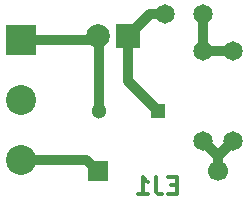
<source format=gbr>
G04 #@! TF.FileFunction,Copper,L2,Bot,Signal*
%FSLAX46Y46*%
G04 Gerber Fmt 4.6, Leading zero omitted, Abs format (unit mm)*
G04 Created by KiCad (PCBNEW 4.0.0-rc1-stable) date 30/11/2015 05:11:27 p.m.*
%MOMM*%
G01*
G04 APERTURE LIST*
%ADD10C,0.100000*%
%ADD11C,0.300000*%
%ADD12R,1.300000X1.300000*%
%ADD13C,1.300000*%
%ADD14R,2.000000X2.000000*%
%ADD15C,2.000000*%
%ADD16C,1.699260*%
%ADD17R,1.699260X1.699260*%
%ADD18R,2.540000X2.540000*%
%ADD19C,2.540000*%
%ADD20C,1.651000*%
%ADD21C,0.812800*%
G04 APERTURE END LIST*
D10*
D11*
X151467142Y-117367857D02*
X150967142Y-117367857D01*
X150752856Y-118153571D02*
X151467142Y-118153571D01*
X151467142Y-116653571D01*
X150752856Y-116653571D01*
X149681428Y-116653571D02*
X149681428Y-117725000D01*
X149752856Y-117939286D01*
X149895713Y-118082143D01*
X150109999Y-118153571D01*
X150252856Y-118153571D01*
X148181428Y-118153571D02*
X149038571Y-118153571D01*
X148609999Y-118153571D02*
X148609999Y-116653571D01*
X148752856Y-116867857D01*
X148895714Y-117010714D01*
X149038571Y-117082143D01*
D12*
X149860000Y-111125000D03*
D13*
X144860000Y-111125000D03*
D14*
X147320000Y-104775000D03*
D15*
X144780000Y-104775000D03*
D16*
X154940520Y-116202460D03*
D17*
X144780520Y-116202460D03*
D18*
X138285000Y-105050001D03*
D19*
X138285000Y-110130001D03*
X138285000Y-115210001D03*
D20*
X153670000Y-106045000D03*
X153670000Y-113665000D03*
X156210000Y-106045000D03*
X156210000Y-113665000D03*
X153670000Y-102870000D03*
X150495000Y-102870000D03*
D21*
X153670000Y-106045000D02*
X156210000Y-106045000D01*
X147320000Y-104775000D02*
X149225000Y-102870000D01*
X153670000Y-102870000D02*
X153670000Y-106045000D01*
X149225000Y-102870000D02*
X150495000Y-102870000D01*
X149860000Y-111125000D02*
X147320000Y-108585000D01*
X147320000Y-108585000D02*
X147320000Y-104775000D01*
X144860000Y-111125000D02*
X144860000Y-104855000D01*
X144860000Y-104855000D02*
X144780000Y-104775000D01*
X138285000Y-105050001D02*
X144504999Y-105050001D01*
X144504999Y-105050001D02*
X144780000Y-104775000D01*
X154940520Y-116202460D02*
X154940520Y-114934480D01*
X154940520Y-114934480D02*
X156210000Y-113665000D01*
X153670000Y-113665000D02*
X154940520Y-114935520D01*
X154940520Y-114935520D02*
X154940520Y-116202460D01*
X144780520Y-116202460D02*
X143788061Y-115210001D01*
X143788061Y-115210001D02*
X138285000Y-115210001D01*
M02*

</source>
